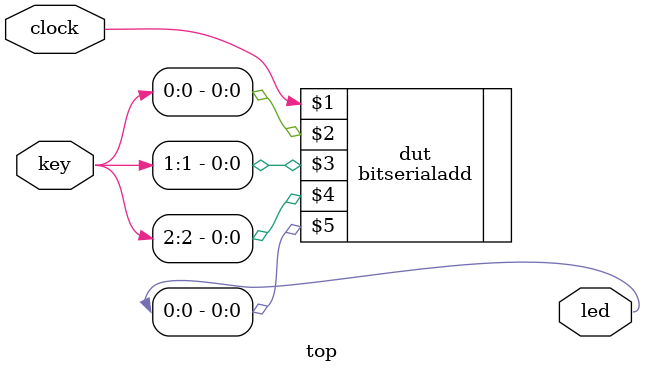
<source format=v>
module top(
	input clock,
	input [3:0] key,
	output [9:0] led);

   bitserialadd dut(clock, key[0], key[1], key[2], led[0]);

endmodule

</source>
